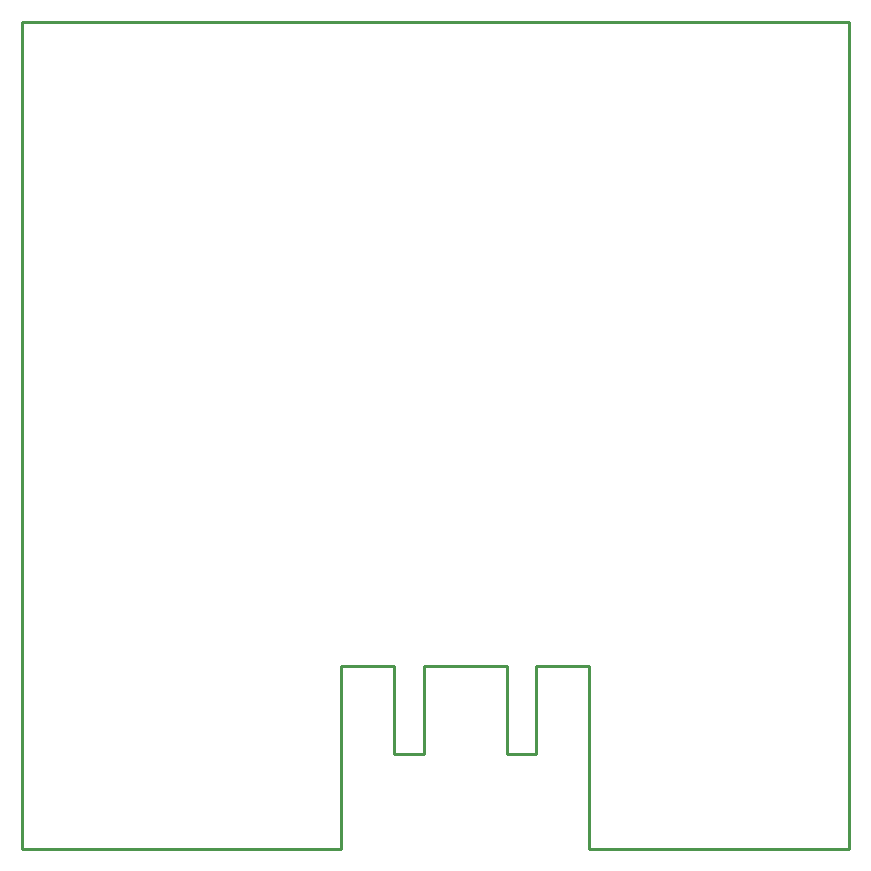
<source format=gko>
G04 Layer_Color=16711935*
%FSAX44Y44*%
%MOMM*%
G71*
G01*
G75*
%ADD65C,0.2540*%
D65*
X00915000Y00485000D02*
X00960000D01*
X00750000D02*
X00795000D01*
X00750000Y00330000D02*
Y00485000D01*
X00480000Y00330000D02*
X00750000D01*
X00960000D02*
Y00485000D01*
Y00330000D02*
X01180000D01*
X00480000D02*
Y01030000D01*
X01180000D01*
Y00330000D02*
Y01030000D01*
X00820000Y00485000D02*
X00890000D01*
X00820000Y00410000D02*
Y00485000D01*
X00795000Y00410000D02*
X00820000D01*
X00795000D02*
Y00485000D01*
X00890000Y00410000D02*
Y00485000D01*
Y00410000D02*
X00915000D01*
Y00485000D01*
M02*

</source>
